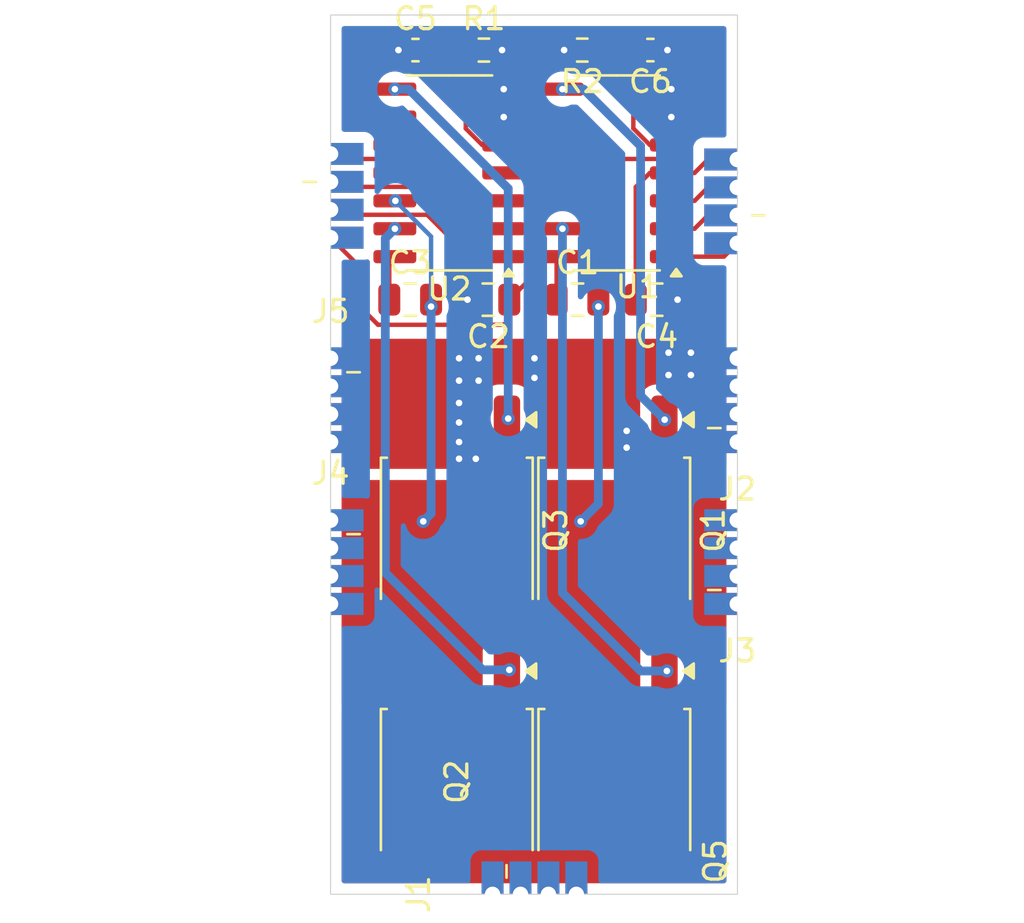
<source format=kicad_pcb>
(kicad_pcb (version 20241229) (generator "pcbnew") (generator_version "9.0")
  (title_block (title "PHM-30A") (date "2025-11-21") (rev "1.0") (company "ITLA-HUB") (comment 1 "Carlos Pichardo Viuque"))
  (layers (0 "F.Cu" signal) (2 "B.Cu" signal) (13 "F.Paste" user) (15 "B.Paste" user) (5 "F.SilkS" user "F.Silkscreen") (7 "B.SilkS" user "B.Silkscreen") (1 "F.Mask" user) (3 "B.Mask" user) (25 "Edge.Cuts" user))
  (net 0 "")
  (net 1 "GND")
  (net 2 "VCC")
  (net 3 "Net-(U1-DT)")
  (net 7 "Net-(U2-DT)")
  (net 11 "Net-(U1-BOOT)")
  (net 12 "Net-(U2-BOOT)")
  (net 13 "Net-(Q1-G)")
  (net 14 "Net-(Q2-G)")
  (net 15 "Net-(Q3-G)")
  (net 16 "Net-(Q5-G)")
  (net 17 "/LIN_I")
  (net 18 "/SD_I")
  (net 19 "/HIN_I")
  (net 20 "/SD_D")
  (net 21 "/HIN_D")
  (net 22 "/LIN_D")
  (net 23 "/A")
  (net 24 "/B")
  (net 25 "/VH")
  (footprint "Capacitor_SMD:C_0603_1608Metric" (layer "F.Cu") (at 168.8418 44.8952 180)
    (property "Reference" "C6" (at 0 -1.43 0) (layer "F.SilkS"))
    (property "Value" "C")
    (fp_line (start -0.14058 0.51) (end 0.14058 0.51) (stroke (width 0.12)) (layer "F.SilkS"))
    (fp_line (start -0.14058 -0.51) (end 0.14058 -0.51) (stroke (width 0.12)) (layer "F.SilkS"))
    (pad "1" smd roundrect (at -0.775 0 180) (size 0.9 0.95) (layers "F.Cu" "F.Mask" "F.Paste") (net 1 "GND"))
    (pad "2" smd roundrect (at 0.775 0 180) (size 0.9 0.95) (layers "F.Cu" "F.Mask" "F.Paste") (net 3 "Net-(U1-DT)"))
  )
  (footprint "Connector_PinSocket_1.27mm:PinSocket_1x04_P1.27mm_Castellated" (layer "F.Cu") (at 172.7912 62.726 180)
    (property "Reference" "J2" (at 0 -2.135 0) (layer "F.SilkS"))
    (property "Value" "Conn_01x04_Socket")
    (fp_line (start 0.76 0.635) (end 1.33 0.635) (stroke (width 0.12)) (layer "F.SilkS"))
    (pad "1" thru_hole rect (at 0 0 180) (size 1.5 1) (drill 0.7 (offset 0.75 0)) (property pad_prop_castellated) (layers "*.Cu" "*.Mask") (net 1 "GND"))
    (pad "2" thru_hole rect (at 0 1.27 180) (size 1.5 1) (drill 0.7 (offset 0.75 0)) (property pad_prop_castellated) (layers "*.Cu" "*.Mask") (net 1 "GND"))
    (pad "3" thru_hole rect (at 0 2.54 180) (size 1.5 1) (drill 0.7 (offset 0.75 0)) (property pad_prop_castellated) (layers "*.Cu" "*.Mask") (net 1 "GND"))
    (pad "4" thru_hole rect (at 0 3.81 180) (size 1.5 1) (drill 0.7 (offset 0.75 0)) (property pad_prop_castellated) (layers "*.Cu" "*.Mask") (net 1 "GND"))
  )
  (footprint "Package_TO_SOT_SMD:TO-252-2" (layer "F.Cu") (at 167.1972 66.75 -90)
    (property "Reference" "Q1" (at 0 -4.5 90) (layer "F.SilkS"))
    (property "Value" "QM6006D")
    (fp_line (start -3.31 3.45) (end -3.31 3.18) (stroke (width 0.12)) (layer "F.SilkS"))
    (fp_line (start 3.11 3.45) (end -3.31 3.45) (stroke (width 0.12)) (layer "F.SilkS"))
    (fp_line (start -3.31 -3.45) (end -3.31 -3.18) (stroke (width 0.12)) (layer "F.SilkS"))
    (fp_line (start 3.11 -3.45) (end -3.31 -3.45) (stroke (width 0.12)) (layer "F.SilkS"))
    (fp_poly (pts (xy -5.04 -3.14) (xy -5.38 -3.61) (xy -4.7 -3.61) (xy -5.04 -3.14)) (stroke (width 0.12)) (fill yes) (layer "F.SilkS"))
    (pad "1" smd roundrect (at -5.04 -2.28 270) (size 2.2 1.2) (layers "F.Cu" "F.Mask" "F.Paste") (roundrect_rratio 0.208333) (net 13 "Net-(Q1-G)"))
    (pad "2" smd roundrect (at -0.415 -1.525 270) (size 3.05 2.75) (layers "F.Cu" "F.Paste") (roundrect_rratio 0.090909) (net 23 "/A"))
    (pad "2" smd roundrect (at -0.415 1.525 270) (size 3.05 2.75) (layers "F.Cu" "F.Paste") (roundrect_rratio 0.090909) (net 23 "/A"))
    (pad "2" smd roundrect (at 1.26 0 270) (size 6.4 5.8) (layers "F.Cu" "F.Mask") (roundrect_rratio 0.043103) (net 23 "/A"))
    (pad "2" smd roundrect (at 2.935 -1.525 270) (size 3.05 2.75) (layers "F.Cu" "F.Paste") (roundrect_rratio 0.090909) (net 23 "/A"))
    (pad "2" smd roundrect (at 2.935 1.525 270) (size 3.05 2.75) (layers "F.Cu" "F.Paste") (roundrect_rratio 0.090909) (net 23 "/A"))
    (pad "3" smd roundrect (at -5.04 2.28 270) (size 2.2 1.2) (layers "F.Cu" "F.Mask" "F.Paste") (roundrect_rratio 0.208333) (net 1 "GND"))
  )
  (footprint "Capacitor_SMD:C_0805_2012Metric" (layer "F.Cu") (at 161.4758 56.249 180)
    (property "Reference" "C2" (at 0 -1.68 0) (layer "F.SilkS"))
    (property "Value" "C")
    (fp_line (start -0.261252 0.735) (end 0.261252 0.735) (stroke (width 0.12)) (layer "F.SilkS"))
    (fp_line (start -0.261252 -0.735) (end 0.261252 -0.735) (stroke (width 0.12)) (layer "F.SilkS"))
    (pad "1" smd roundrect (at -0.95 0 180) (size 1 1.45) (layers "F.Cu" "F.Mask" "F.Paste") (net 2 "VCC"))
    (pad "2" smd roundrect (at 0.95 0 180) (size 1 1.45) (layers "F.Cu" "F.Mask" "F.Paste") (net 1 "GND"))
  )
  (footprint "Conectores Wally-1:Conector castellado" (layer "F.Cu") (at 154.4375 51.3421 180)
    (property "Reference" "J7" (hide yes))
    (property "Value" "Conn_01x04_Socket")
    (fp_line (start 0.8075 0.4525) (end 1.3775 0.4525) (stroke (width 0.12)) (layer "F.SilkS"))
    (pad "1" thru_hole rect (at 0.1375 1.7225) (size 1.5 1) (drill 0.7 (offset 0.75 0)) (property pad_prop_castellated) (layers "*.Cu" "*.Mask") (net 21 "/HIN_D"))
    (pad "2" thru_hole rect (at 0.1375 0.4525) (size 1.5 1) (drill 0.7 (offset 0.75 0)) (property pad_prop_castellated) (layers "*.Cu" "*.Mask") (net 20 "/SD_D"))
    (pad "3" thru_hole rect (at 0.1375 -0.8175) (size 1.5 1) (drill 0.7 (offset 0.75 0)) (property pad_prop_castellated) (layers "*.Cu" "*.Mask") (net 22 "/LIN_D"))
    (pad "4" thru_hole rect (at 0.1375 -2.0875) (size 1.5 1) (drill 0.7 (offset 0.75 0)) (property pad_prop_castellated) (layers "*.Cu" "*.Mask") (net 2 "VCC"))
  )
  (footprint "Connector_PinSocket_1.27mm:PinSocket_1x04_P1.27mm_Castellated" (layer "F.Cu") (at 154.3 58.916)
    (property "Reference" "J5" (at 0 -2.135 0) (layer "F.SilkS"))
    (property "Value" "Conn_01x04_Socket")
    (fp_line (start 0.76 0.635) (end 1.33 0.635) (stroke (width 0.12)) (layer "F.SilkS"))
    (pad "1" thru_hole rect (at 0 0) (size 1.5 1) (drill 0.7 (offset 0.75 0)) (property pad_prop_castellated) (layers "*.Cu" "*.Mask") (net 1 "GND"))
    (pad "2" thru_hole rect (at 0 1.27) (size 1.5 1) (drill 0.7 (offset 0.75 0)) (property pad_prop_castellated) (layers "*.Cu" "*.Mask") (net 1 "GND"))
    (pad "3" thru_hole rect (at 0 2.54) (size 1.5 1) (drill 0.7 (offset 0.75 0)) (property pad_prop_castellated) (layers "*.Cu" "*.Mask") (net 1 "GND"))
    (pad "4" thru_hole rect (at 0 3.81) (size 1.5 1) (drill 0.7 (offset 0.75 0)) (property pad_prop_castellated) (layers "*.Cu" "*.Mask") (net 1 "GND"))
  )
  (footprint "Capacitor_SMD:C_0805_2012Metric" (layer "F.Cu") (at 165.5268 56.249)
    (property "Reference" "C1" (at 0 -1.68 0) (layer "F.SilkS"))
    (property "Value" "C")
    (fp_line (start -0.261252 -0.735) (end 0.261252 -0.735) (stroke (width 0.12)) (layer "F.SilkS"))
    (fp_line (start -0.261252 0.735) (end 0.261252 0.735) (stroke (width 0.12)) (layer "F.SilkS"))
    (pad "1" smd roundrect (at -0.95 0) (size 1 1.45) (layers "F.Cu" "F.Mask" "F.Paste") (net 11 "Net-(U1-BOOT)"))
    (pad "2" smd roundrect (at 0.95 0) (size 1 1.45) (layers "F.Cu" "F.Mask" "F.Paste") (net 23 "/A"))
  )
  (footprint "Conectores Wally-1:Conector castellado" (layer "F.Cu") (at 172.6537 51.9611)
    (property "Reference" "J6" (hide yes))
    (property "Value" "Conn_01x04_Socket")
    (fp_line (start 0.8075 0.4525) (end 1.3775 0.4525) (stroke (width 0.12)) (layer "F.SilkS"))
    (pad "1" thru_hole rect (at 0.1375 1.7225 180) (size 1.5 1) (drill 0.7 (offset 0.75 0)) (property pad_prop_castellated) (layers "*.Cu" "*.Mask") (net 17 "/LIN_I"))
    (pad "2" thru_hole rect (at 0.1375 0.4525 180) (size 1.5 1) (drill 0.7 (offset 0.75 0)) (property pad_prop_castellated) (layers "*.Cu" "*.Mask") (net 18 "/SD_I"))
    (pad "3" thru_hole rect (at 0.1375 -0.8175 180) (size 1.5 1) (drill 0.7 (offset 0.75 0)) (property pad_prop_castellated) (layers "*.Cu" "*.Mask") (net 19 "/HIN_I"))
    (pad "4" thru_hole rect (at 0.1375 -2.0875 180) (size 1.5 1) (drill 0.7 (offset 0.75 0)) (property pad_prop_castellated) (layers "*.Cu" "*.Mask") (net 2 "VCC"))
  )
  (footprint "Connector_PinSocket_1.27mm:PinSocket_1x04_P1.27mm_Castellated" (layer "F.Cu") (at 161.666 83.303 90)
    (property "Reference" "J1" (at 0 -3.366 90) (layer "F.SilkS"))
    (property "Value" "Conn_01x04_Socket")
    (fp_line (start 0.76 0.635) (end 1.33 0.635) (stroke (width 0.12)) (layer "F.SilkS"))
    (pad "1" thru_hole rect (at 0 0 90) (size 1.5 1) (drill 0.7 (offset 0.75 0)) (property pad_prop_castellated) (layers "*.Cu" "*.Mask") (net 25 "/VH"))
    (pad "2" thru_hole rect (at 0 1.27 90) (size 1.5 1) (drill 0.7 (offset 0.75 0)) (property pad_prop_castellated) (layers "*.Cu" "*.Mask") (net 25 "/VH"))
    (pad "3" thru_hole rect (at 0 2.54 90) (size 1.5 1) (drill 0.7 (offset 0.75 0)) (property pad_prop_castellated) (layers "*.Cu" "*.Mask") (net 25 "/VH"))
    (pad "4" thru_hole rect (at 0 3.81 90) (size 1.5 1) (drill 0.7 (offset 0.75 0)) (property pad_prop_castellated) (layers "*.Cu" "*.Mask") (net 25 "/VH"))
  )
  (footprint "Resistor_SMD:R_0603_1608Metric" (layer "F.Cu") (at 161.2718 44.8952)
    (property "Reference" "R1" (at 0 -1.43 0) (layer "F.SilkS"))
    (property "Value" "R_US")
    (fp_line (start -0.237258 -0.5225) (end 0.237258 -0.5225) (stroke (width 0.12)) (layer "F.SilkS"))
    (fp_line (start -0.237258 0.5225) (end 0.237258 0.5225) (stroke (width 0.12)) (layer "F.SilkS"))
    (pad "1" smd roundrect (at -0.825 0) (size 0.8 0.95) (layers "F.Cu" "F.Mask" "F.Paste") (net 7 "Net-(U2-DT)"))
    (pad "2" smd roundrect (at 0.825 0) (size 0.8 0.95) (layers "F.Cu" "F.Mask" "F.Paste") (net 1 "GND"))
  )
  (footprint "Capacitor_SMD:C_0805_2012Metric" (layer "F.Cu") (at 157.9198 56.249)
    (property "Reference" "C3" (at 0 -1.68 0) (layer "F.SilkS"))
    (property "Value" "C")
    (fp_line (start -0.261252 -0.735) (end 0.261252 -0.735) (stroke (width 0.12)) (layer "F.SilkS"))
    (fp_line (start -0.261252 0.735) (end 0.261252 0.735) (stroke (width 0.12)) (layer "F.SilkS"))
    (pad "1" smd roundrect (at -0.95 0) (size 1 1.45) (layers "F.Cu" "F.Mask" "F.Paste") (net 12 "Net-(U2-BOOT)"))
    (pad "2" smd roundrect (at 0.95 0) (size 1 1.45) (layers "F.Cu" "F.Mask" "F.Paste") (net 24 "/B"))
  )
  (footprint "Package_SO:SO-14_3.9x8.65mm_P1.27mm" (layer "F.Cu") (at 159.6978 50.4832 180)
    (property "Reference" "U2" (at 0 -5.28 0) (layer "F.SilkS"))
    (property "Value" "L6491")
    (fp_line (start 0 4.435) (end 1.95 4.435) (stroke (width 0.12)) (layer "F.SilkS"))
    (fp_line (start 0 4.435) (end -1.95 4.435) (stroke (width 0.12)) (layer "F.SilkS"))
    (fp_line (start 0 -4.435) (end 1.95 -4.435) (stroke (width 0.12)) (layer "F.SilkS"))
    (fp_line (start 0 -4.435) (end -1.95 -4.435) (stroke (width 0.12)) (layer "F.SilkS"))
    (fp_poly (pts (xy -2.7 -4.37) (xy -2.94 -4.7) (xy -2.46 -4.7) (xy -2.7 -4.37)) (stroke (width 0.12)) (fill yes) (layer "F.SilkS"))
    (pad "1" smd roundrect (at -2.475 -3.81 180) (size 1.95 0.6) (layers "F.Cu" "F.Mask" "F.Paste") (net 22 "/LIN_D"))
    (pad "2" smd roundrect (at -2.475 -2.54 180) (size 1.95 0.6) (layers "F.Cu" "F.Mask" "F.Paste") (net 20 "/SD_D"))
    (pad "3" smd roundrect (at -2.475 -1.27 180) (size 1.95 0.6) (layers "F.Cu" "F.Mask" "F.Paste") (net 21 "/HIN_D"))
    (pad "4" smd roundrect (at -2.475 0 180) (size 1.95 0.6) (layers "F.Cu" "F.Mask" "F.Paste") (net 2 "VCC"))
    (pad "5" smd roundrect (at -2.475 1.27 180) (size 1.95 0.6) (layers "F.Cu" "F.Mask" "F.Paste") (net 7 "Net-(U2-DT)"))
    (pad "6" smd roundrect (at -2.475 2.54 180) (size 1.95 0.6) (layers "F.Cu" "F.Mask" "F.Paste") (net 1 "GND"))
    (pad "7" smd roundrect (at -2.475 3.81 180) (size 1.95 0.6) (layers "F.Cu" "F.Mask" "F.Paste") (net 1 "GND"))
    (pad "8" smd roundrect (at 2.475 3.81 180) (size 1.95 0.6) (layers "F.Cu" "F.Mask" "F.Paste") (net 15 "Net-(Q3-G)"))
    (pad "9" smd roundrect (at 2.475 2.54 180) (size 1.95 0.6) (layers "F.Cu" "F.Mask" "F.Paste"))
    (pad "10" smd roundrect (at 2.475 1.27 180) (size 1.95 0.6) (layers "F.Cu" "F.Mask" "F.Paste"))
    (pad "11" smd roundrect (at 2.475 0 180) (size 1.95 0.6) (layers "F.Cu" "F.Mask" "F.Paste"))
    (pad "12" smd roundrect (at 2.475 -1.27 180) (size 1.95 0.6) (layers "F.Cu" "F.Mask" "F.Paste") (net 24 "/B"))
    (pad "13" smd roundrect (at 2.475 -2.54 180) (size 1.95 0.6) (layers "F.Cu" "F.Mask" "F.Paste") (net 14 "Net-(Q2-G)"))
    (pad "14" smd roundrect (at 2.475 -3.81 180) (size 1.95 0.6) (layers "F.Cu" "F.Mask" "F.Paste") (net 12 "Net-(U2-BOOT)"))
  )
  (footprint "Capacitor_SMD:C_0805_2012Metric" (layer "F.Cu") (at 169.1268 56.249 180)
    (property "Reference" "C4" (at 0 -1.68 0) (layer "F.SilkS"))
    (property "Value" "C")
    (fp_line (start -0.261252 0.735) (end 0.261252 0.735) (stroke (width 0.12)) (layer "F.SilkS"))
    (fp_line (start -0.261252 -0.735) (end 0.261252 -0.735) (stroke (width 0.12)) (layer "F.SilkS"))
    (pad "1" smd roundrect (at -0.95 0 180) (size 1 1.45) (layers "F.Cu" "F.Mask" "F.Paste") (net 1 "GND"))
    (pad "2" smd roundrect (at 0.95 0 180) (size 1 1.45) (layers "F.Cu" "F.Mask" "F.Paste") (net 2 "VCC"))
  )
  (footprint "Package_SO:SO-14_3.9x8.65mm_P1.27mm" (layer "F.Cu") (at 167.3178 50.4832 180)
    (property "Reference" "U1" (at -0.95 -5.18 0) (layer "F.SilkS"))
    (property "Value" "L6491")
    (fp_line (start 0 4.435) (end 1.95 4.435) (stroke (width 0.12)) (layer "F.SilkS"))
    (fp_line (start 0 4.435) (end -1.95 4.435) (stroke (width 0.12)) (layer "F.SilkS"))
    (fp_line (start 0 -4.435) (end 1.95 -4.435) (stroke (width 0.12)) (layer "F.SilkS"))
    (fp_line (start 0 -4.435) (end -1.95 -4.435) (stroke (width 0.12)) (layer "F.SilkS"))
    (fp_poly (pts (xy -2.7 -4.37) (xy -2.94 -4.7) (xy -2.46 -4.7) (xy -2.7 -4.37)) (stroke (width 0.12)) (fill yes) (layer "F.SilkS"))
    (pad "1" smd roundrect (at -2.475 -3.81 180) (size 1.95 0.6) (layers "F.Cu" "F.Mask" "F.Paste") (net 17 "/LIN_I"))
    (pad "2" smd roundrect (at -2.475 -2.54 180) (size 1.95 0.6) (layers "F.Cu" "F.Mask" "F.Paste") (net 18 "/SD_I"))
    (pad "3" smd roundrect (at -2.475 -1.27 180) (size 1.95 0.6) (layers "F.Cu" "F.Mask" "F.Paste") (net 19 "/HIN_I"))
    (pad "4" smd roundrect (at -2.475 0 180) (size 1.95 0.6) (layers "F.Cu" "F.Mask" "F.Paste") (net 2 "VCC"))
    (pad "5" smd roundrect (at -2.475 1.27 180) (size 1.95 0.6) (layers "F.Cu" "F.Mask" "F.Paste") (net 3 "Net-(U1-DT)"))
    (pad "6" smd roundrect (at -2.475 2.54 180) (size 1.95 0.6) (layers "F.Cu" "F.Mask" "F.Paste") (net 1 "GND"))
    (pad "7" smd roundrect (at -2.475 3.81 180) (size 1.95 0.6) (layers "F.Cu" "F.Mask" "F.Paste") (net 1 "GND"))
    (pad "8" smd roundrect (at 2.475 3.81 180) (size 1.95 0.6) (layers "F.Cu" "F.Mask" "F.Paste") (net 13 "Net-(Q1-G)"))
    (pad "9" smd roundrect (at 2.475 2.54 180) (size 1.95 0.6) (layers "F.Cu" "F.Mask" "F.Paste"))
    (pad "10" smd roundrect (at 2.475 1.27 180) (size 1.95 0.6) (layers "F.Cu" "F.Mask" "F.Paste"))
    (pad "11" smd roundrect (at 2.475 0 180) (size 1.95 0.6) (layers "F.Cu" "F.Mask" "F.Paste"))
    (pad "12" smd roundrect (at 2.475 -1.27 180) (size 1.95 0.6) (layers "F.Cu" "F.Mask" "F.Paste") (net 23 "/A"))
    (pad "13" smd roundrect (at 2.475 -2.54 180) (size 1.95 0.6) (layers "F.Cu" "F.Mask" "F.Paste") (net 16 "Net-(Q5-G)"))
    (pad "14" smd roundrect (at 2.475 -3.81 180) (size 1.95 0.6) (layers "F.Cu" "F.Mask" "F.Paste") (net 11 "Net-(U1-BOOT)"))
  )
  (footprint "Connector_PinSocket_1.27mm:PinSocket_1x04_P1.27mm_Castellated" (layer "F.Cu") (at 172.7912 70.092 180)
    (property "Reference" "J3" (at 0 -2.135 0) (layer "F.SilkS"))
    (property "Value" "Conn_01x04_Socket")
    (fp_line (start 0.76 0.635) (end 1.33 0.635) (stroke (width 0.12)) (layer "F.SilkS"))
    (pad "1" thru_hole rect (at 0 0 180) (size 1.5 1) (drill 0.7 (offset 0.75 0)) (property pad_prop_castellated) (layers "*.Cu" "*.Mask") (net 23 "/A"))
    (pad "2" thru_hole rect (at 0 1.27 180) (size 1.5 1) (drill 0.7 (offset 0.75 0)) (property pad_prop_castellated) (layers "*.Cu" "*.Mask") (net 23 "/A"))
    (pad "3" thru_hole rect (at 0 2.54 180) (size 1.5 1) (drill 0.7 (offset 0.75 0)) (property pad_prop_castellated) (layers "*.Cu" "*.Mask") (net 23 "/A"))
    (pad "4" thru_hole rect (at 0 3.81 180) (size 1.5 1) (drill 0.7 (offset 0.75 0)) (property pad_prop_castellated) (layers "*.Cu" "*.Mask") (net 23 "/A"))
  )
  (footprint "Connector_PinSocket_1.27mm:PinSocket_1x04_P1.27mm_Castellated" (layer "F.Cu") (at 154.3 66.282)
    (property "Reference" "J4" (at 0 -2.135 0) (layer "F.SilkS"))
    (property "Value" "Conn_01x04_Socket")
    (fp_line (start 0.76 0.635) (end 1.33 0.635) (stroke (width 0.12)) (layer "F.SilkS"))
    (pad "1" thru_hole rect (at 0 0) (size 1.5 1) (drill 0.7 (offset 0.75 0)) (property pad_prop_castellated) (layers "*.Cu" "*.Mask") (net 24 "/B"))
    (pad "2" thru_hole rect (at 0 1.27) (size 1.5 1) (drill 0.7 (offset 0.75 0)) (property pad_prop_castellated) (layers "*.Cu" "*.Mask") (net 24 "/B"))
    (pad "3" thru_hole rect (at 0 2.54) (size 1.5 1) (drill 0.7 (offset 0.75 0)) (property pad_prop_castellated) (layers "*.Cu" "*.Mask") (net 24 "/B"))
    (pad "4" thru_hole rect (at 0 3.81) (size 1.5 1) (drill 0.7 (offset 0.75 0)) (property pad_prop_castellated) (layers "*.Cu" "*.Mask") (net 24 "/B"))
  )
  (footprint "Package_TO_SOT_SMD:TO-252-2" (layer "F.Cu") (at 160.0374 78.1806 -90)
    (property "Reference" "Q2" (at 0 0 90) (layer "F.SilkS"))
    (property "Value" "QM6006D")
    (fp_line (start -3.31 3.45) (end -3.31 3.18) (stroke (width 0.12)) (layer "F.SilkS"))
    (fp_line (start 3.11 3.45) (end -3.31 3.45) (stroke (width 0.12)) (layer "F.SilkS"))
    (fp_line (start -3.31 -3.45) (end -3.31 -3.18) (stroke (width 0.12)) (layer "F.SilkS"))
    (fp_line (start 3.11 -3.45) (end -3.31 -3.45) (stroke (width 0.12)) (layer "F.SilkS"))
    (fp_poly (pts (xy -5.04 -3.14) (xy -5.38 -3.61) (xy -4.7 -3.61) (xy -5.04 -3.14)) (stroke (width 0.12)) (fill yes) (layer "F.SilkS"))
    (pad "1" smd roundrect (at -5.04 -2.28 270) (size 2.2 1.2) (layers "F.Cu" "F.Mask" "F.Paste") (roundrect_rratio 0.208333) (net 14 "Net-(Q2-G)"))
    (pad "2" smd roundrect (at -0.415 -1.525 270) (size 3.05 2.75) (layers "F.Cu" "F.Paste") (roundrect_rratio 0.090909) (net 25 "/VH"))
    (pad "2" smd roundrect (at -0.415 1.525 270) (size 3.05 2.75) (layers "F.Cu" "F.Paste") (roundrect_rratio 0.090909) (net 25 "/VH"))
    (pad "2" smd roundrect (at 1.26 0 270) (size 6.4 5.8) (layers "F.Cu" "F.Mask") (roundrect_rratio 0.043103) (net 25 "/VH"))
    (pad "2" smd roundrect (at 2.935 -1.525 270) (size 3.05 2.75) (layers "F.Cu" "F.Paste") (roundrect_rratio 0.090909) (net 25 "/VH"))
    (pad "2" smd roundrect (at 2.935 1.525 270) (size 3.05 2.75) (layers "F.Cu" "F.Paste") (roundrect_rratio 0.090909) (net 25 "/VH"))
    (pad "3" smd roundrect (at -5.04 2.28 270) (size 2.2 1.2) (layers "F.Cu" "F.Mask" "F.Paste") (roundrect_rratio 0.208333) (net 24 "/B"))
  )
  (footprint "Package_TO_SOT_SMD:TO-252-2" (layer "F.Cu") (at 160.0394 66.7506 -90)
    (property "Reference" "Q3" (at 0 -4.5 90) (layer "F.SilkS"))
    (property "Value" "QM6006D")
    (fp_line (start -3.31 3.45) (end -3.31 3.18) (stroke (width 0.12)) (layer "F.SilkS"))
    (fp_line (start 3.11 3.45) (end -3.31 3.45) (stroke (width 0.12)) (layer "F.SilkS"))
    (fp_line (start -3.31 -3.45) (end -3.31 -3.18) (stroke (width 0.12)) (layer "F.SilkS"))
    (fp_line (start 3.11 -3.45) (end -3.31 -3.45) (stroke (width 0.12)) (layer "F.SilkS"))
    (fp_poly (pts (xy -5.04 -3.14) (xy -5.38 -3.61) (xy -4.7 -3.61) (xy -5.04 -3.14)) (stroke (width 0.12)) (fill yes) (layer "F.SilkS"))
    (pad "1" smd roundrect (at -5.04 -2.28 270) (size 2.2 1.2) (layers "F.Cu" "F.Mask" "F.Paste") (roundrect_rratio 0.208333) (net 15 "Net-(Q3-G)"))
    (pad "2" smd roundrect (at -0.415 -1.525 270) (size 3.05 2.75) (layers "F.Cu" "F.Paste") (roundrect_rratio 0.090909) (net 24 "/B"))
    (pad "2" smd roundrect (at -0.415 1.525 270) (size 3.05 2.75) (layers "F.Cu" "F.Paste") (roundrect_rratio 0.090909) (net 24 "/B"))
    (pad "2" smd roundrect (at 1.26 0 270) (size 6.4 5.8) (layers "F.Cu" "F.Mask") (roundrect_rratio 0.043103) (net 24 "/B"))
    (pad "2" smd roundrect (at 2.935 -1.525 270) (size 3.05 2.75) (layers "F.Cu" "F.Paste") (roundrect_rratio 0.090909) (net 24 "/B"))
    (pad "2" smd roundrect (at 2.935 1.525 270) (size 3.05 2.75) (layers "F.Cu" "F.Paste") (roundrect_rratio 0.090909) (net 24 "/B"))
    (pad "3" smd roundrect (at -5.04 2.28 270) (size 2.2 1.2) (layers "F.Cu" "F.Mask" "F.Paste") (roundrect_rratio 0.208333) (net 1 "GND"))
  )
  (footprint "Package_TO_SOT_SMD:TO-252-2" (layer "F.Cu") (at 167.2022 78.1806 -90)
    (property "Reference" "Q5" (at 3.6194 -4.5978 90) (layer "F.SilkS"))
    (property "Value" "QM6006D")
    (fp_line (start -3.31 3.45) (end -3.31 3.18) (stroke (width 0.12)) (layer "F.SilkS"))
    (fp_line (start 3.11 3.45) (end -3.31 3.45) (stroke (width 0.12)) (layer "F.SilkS"))
    (fp_line (start -3.31 -3.45) (end -3.31 -3.18) (stroke (width 0.12)) (layer "F.SilkS"))
    (fp_line (start 3.11 -3.45) (end -3.31 -3.45) (stroke (width 0.12)) (layer "F.SilkS"))
    (fp_poly (pts (xy -5.04 -3.14) (xy -5.38 -3.61) (xy -4.7 -3.61) (xy -5.04 -3.14)) (stroke (width 0.12)) (fill yes) (layer "F.SilkS"))
    (pad "1" smd roundrect (at -5.04 -2.28 270) (size 2.2 1.2) (layers "F.Cu" "F.Mask" "F.Paste") (roundrect_rratio 0.208333) (net 16 "Net-(Q5-G)"))
    (pad "2" smd roundrect (at -0.415 -1.525 270) (size 3.05 2.75) (layers "F.Cu" "F.Paste") (roundrect_rratio 0.090909) (net 25 "/VH"))
    (pad "2" smd roundrect (at -0.415 1.525 270) (size 3.05 2.75) (layers "F.Cu" "F.Paste") (roundrect_rratio 0.090909) (net 25 "/VH"))
    (pad "2" smd roundrect (at 1.26 0 270) (size 6.4 5.8) (layers "F.Cu" "F.Mask") (roundrect_rratio 0.043103) (net 25 "/VH"))
    (pad "2" smd roundrect (at 2.935 -1.525 270) (size 3.05 2.75) (layers "F.Cu" "F.Paste") (roundrect_rratio 0.090909) (net 25 "/VH"))
    (pad "2" smd roundrect (at 2.935 1.525 270) (size 3.05 2.75) (layers "F.Cu" "F.Paste") (roundrect_rratio 0.090909) (net 25 "/VH"))
    (pad "3" smd roundrect (at -5.04 2.28 270) (size 2.2 1.2) (layers "F.Cu" "F.Mask" "F.Paste") (roundrect_rratio 0.208333) (net 23 "/A"))
  )
  (footprint "Capacitor_SMD:C_0603_1608Metric" (layer "F.Cu") (at 158.1608 44.8952)
    (property "Reference" "C5" (at 0 -1.43 0) (layer "F.SilkS"))
    (property "Value" "C")
    (fp_line (start -0.14058 -0.51) (end 0.14058 -0.51) (stroke (width 0.12)) (layer "F.SilkS"))
    (fp_line (start -0.14058 0.51) (end 0.14058 0.51) (stroke (width 0.12)) (layer "F.SilkS"))
    (pad "1" smd roundrect (at -0.775 0) (size 0.9 0.95) (layers "F.Cu" "F.Mask" "F.Paste") (net 1 "GND"))
    (pad "2" smd roundrect (at 0.775 0) (size 0.9 0.95) (layers "F.Cu" "F.Mask" "F.Paste") (net 7 "Net-(U2-DT)"))
  )
  (footprint "Resistor_SMD:R_0603_1608Metric" (layer "F.Cu") (at 165.7438 44.8952 180)
    (property "Reference" "R2" (at 0 -1.43 0) (layer "F.SilkS"))
    (property "Value" "R_US")
    (fp_line (start -0.237258 0.5225) (end 0.237258 0.5225) (stroke (width 0.12)) (layer "F.SilkS"))
    (fp_line (start -0.237258 -0.5225) (end 0.237258 -0.5225) (stroke (width 0.12)) (layer "F.SilkS"))
    (pad "1" smd roundrect (at -0.825 0 180) (size 0.8 0.95) (layers "F.Cu" "F.Mask" "F.Paste") (net 3 "Net-(U1-DT)"))
    (pad "2" smd roundrect (at 0.825 0 180) (size 0.8 0.95) (layers "F.Cu" "F.Mask" "F.Paste") (net 1 "GND"))
  )
  (gr_rect (start 154.3 43.3) (end 172.8 83.3) (stroke (width 0.05)) (fill no) (layer "Edge.Cuts"))
  (via (at 160.142 61.837) (size 0.6) (drill 0.3) (layers "F.Cu" "B.Cu") (net 1))
  (via (at 160.142 62.726) (size 0.6) (drill 0.3) (layers "F.Cu" "B.Cu") (net 1))
  (via (at 169.7928 46.6732) (size 0.6) (drill 0.3) (layers "F.Cu" "B.Cu") (net 1))
  (via (at 169.667 58.662) (size 0.6) (drill 0.3) (layers "F.Cu" "B.Cu") (net 1))
  (via (at 167.762 62.98) (size 0.6) (drill 0.3) (layers "F.Cu" "B.Cu") (net 1))
  (via (at 170.0768 56.249) (size 0.6) (drill 0.3) (layers "F.Cu" "B.Cu") (net 1))
  (via (at 163.571 58.916) (size 0.6) (drill 0.3) (layers "F.Cu" "B.Cu") (net 1))
  (via (at 170.683 59.678) (size 0.6) (drill 0.3) (layers "F.Cu" "B.Cu") (net 1))
  (via (at 161.031 58.916) (size 0.6) (drill 0.3) (layers "F.Cu" "B.Cu") (net 1))
  (via (at 161.031 59.932) (size 0.6) (drill 0.3) (layers "F.Cu" "B.Cu") (net 1))
  (via (at 163.571 59.805) (size 0.6) (drill 0.3) (layers "F.Cu" "B.Cu") (net 1))
  (via (at 160.142 58.916) (size 0.6) (drill 0.3) (layers "F.Cu" "B.Cu") (net 1))
  (via (at 167.762 62.218) (size 0.6) (drill 0.3) (layers "F.Cu" "B.Cu") (net 1))
  (via (at 160.5258 56.249) (size 0.6) (drill 0.3) (layers "F.Cu" "B.Cu") (net 1))
  (via (at 160.142 60.948) (size 0.6) (drill 0.3) (layers "F.Cu" "B.Cu") (net 1))
  (via (at 157.3858 44.8952) (size 0.6) (drill 0.3) (layers "F.Cu" "B.Cu") (net 1))
  (via (at 162.1728 46.6732) (size 0.6) (drill 0.3) (layers "F.Cu" "B.Cu") (net 1))
  (via (at 169.667 59.678) (size 0.6) (drill 0.3) (layers "F.Cu" "B.Cu") (net 1))
  (via (at 160.142 63.488) (size 0.6) (drill 0.3) (layers "F.Cu" "B.Cu") (net 1))
  (via (at 160.904 63.488) (size 0.6) (drill 0.3) (layers "F.Cu" "B.Cu") (net 1))
  (via (at 160.142 59.932) (size 0.6) (drill 0.3) (layers "F.Cu" "B.Cu") (net 1))
  (via (at 170.683 58.662) (size 0.6) (drill 0.3) (layers "F.Cu" "B.Cu") (net 1))
  (via (at 169.7928 47.9432) (size 0.6) (drill 0.3) (layers "F.Cu" "B.Cu") (net 1))
  (via (at 162.1728 47.9432) (size 0.6) (drill 0.3) (layers "F.Cu" "B.Cu") (net 1))
  (via (at 169.6168 44.8952) (size 0.6) (drill 0.3) (layers "F.Cu" "B.Cu") (net 1))
  (via (at 164.9188 44.8952) (size 0.6) (drill 0.3) (layers "F.Cu" "B.Cu") (net 1))
  (via (at 162.0968 44.8952) (size 0.6) (drill 0.3) (layers "F.Cu" "B.Cu") (net 1))
  (segment (start 163.4948 50.830201) (end 163.147799 50.4832) (width 0.2) (layer "F.Cu") (net 2))
  (segment (start 169.7928 50.4832) (end 169.1578 49.8482) (width 0.2) (layer "F.Cu") (net 2))
  (segment (start 168.1768 56.249) (end 168.1768 51.124201) (width 0.2) (layer "F.Cu") (net 2))
  (segment (start 163.147799 50.4832) (end 162.1728 50.4832) (width 0.2) (layer "F.Cu") (net 2))
  (segment (start 163.4948 55.18) (end 162.4258 56.249) (width 0.2) (layer "F.Cu") (net 2))
  (segment (start 169.1578 49.8482) (end 162.8078 49.8482) (width 0.2) (layer "F.Cu") (net 2))
  (segment (start 163.4948 50.830201) (end 163.4948 55.18) (width 0.2) (layer "F.Cu") (net 2))
  (segment (start 171.4592 49.8736) (end 170.8496 50.4832) (width 0.2) (layer "F.Cu") (net 2))
  (segment (start 156.459 57.392) (end 162.174 57.392) (width 0.2) (layer "F.Cu") (net 2))
  (segment (start 162.174 57.392) (end 162.4258 57.1402) (width 0.2) (layer "F.Cu") (net 2))
  (segment (start 162.8078 49.8482) (end 162.1728 50.4832) (width 0.2) (layer "F.Cu") (net 2))
  (segment (start 168.817801 50.4832) (end 169.7928 50.4832) (width 0.2) (layer "F.Cu") (net 2))
  (segment (start 172.7912 49.8736) (end 171.4592 49.8736) (width 0.2) (layer "F.Cu") (net 2))
  (segment (start 162.4258 57.1402) (end 162.4258 56.249) (width 0.2) (layer "F.Cu") (net 2))
  (segment (start 155.697 54.8266) (end 155.697 56.63) (width 0.2) (layer "F.Cu") (net 2))
  (segment (start 170.8496 50.4832) (end 169.7928 50.4832) (width 0.2) (layer "F.Cu") (net 2))
  (segment (start 168.1768 51.124201) (end 168.817801 50.4832) (width 0.2) (layer "F.Cu") (net 2))
  (segment (start 154.3 53.4296) (end 155.697 54.8266) (width 0.2) (layer "F.Cu") (net 2))
  (segment (start 155.697 56.63) (end 156.459 57.392) (width 0.2) (layer "F.Cu") (net 2))
  (segment (start 168.0668 48.462199) (end 168.817801 49.2132) (width 0.2) (layer "F.Cu") (net 3))
  (segment (start 168.817801 49.2132) (end 169.7928 49.2132) (width 0.2) (layer "F.Cu") (net 3))
  (segment (start 166.5688 44.8952) (end 168.0668 44.8952) (width 0.2) (layer "F.Cu") (net 3))
  (segment (start 168.0668 44.8952) (end 168.0668 48.462199) (width 0.2) (layer "F.Cu") (net 3))
  (segment (start 160.4468 44.8952) (end 160.4468 48.462199) (width 0.2) (layer "F.Cu") (net 7))
  (segment (start 161.197801 49.2132) (end 162.1728 49.2132) (width 0.2) (layer "F.Cu") (net 7))
  (segment (start 160.4468 48.462199) (end 161.197801 49.2132) (width 0.2) (layer "F.Cu") (net 7))
  (segment (start 158.9358 44.8952) (end 160.4468 44.8952) (width 0.2) (layer "F.Cu") (net 7))
  (segment (start 164.5768 54.5592) (end 164.8428 54.2932) (width 0.2) (layer "F.Cu") (net 11))
  (segment (start 164.5768 56.249) (end 164.5768 54.5592) (width 0.2) (layer "F.Cu") (net 11))
  (segment (start 156.9698 54.5462) (end 157.2228 54.2932) (width 0.2) (layer "F.Cu") (net 12))
  (segment (start 156.9698 56.249) (end 156.9698 54.5462) (width 0.2) (layer "F.Cu") (net 12))
  (segment (start 169.4886 61.7106) (end 169.4892 61.71) (width 0.4) (layer "F.Cu") (net 13))
  (segment (start 169.4842 61.7106) (end 169.4886 61.7106) (width 0.4) (layer "F.Cu") (net 13))
  (via (at 164.8428 46.6732) (size 0.6) (drill 0.3) (layers "F.Cu" "B.Cu") (net 13))
  (via (at 169.4892 61.71) (size 0.6) (drill 0.3) (layers "F.Cu" "B.Cu") (net 13))
  (segment (start 168.397 49.264) (end 165.8062 46.6732) (width 0.4) (layer "B.Cu") (net 13))
  (segment (start 168.397 60.6178) (end 168.397 49.264) (width 0.4) (layer "B.Cu") (net 13))
  (segment (start 165.8062 46.6732) (end 164.8428 46.6732) (width 0.4) (layer "B.Cu") (net 13))
  (segment (start 169.4892 61.71) (end 168.397 60.6178) (width 0.4) (layer "B.Cu") (net 13))
  (segment (start 162.3766 73.1406) (end 162.428 73.0892) (width 0.4) (layer "F.Cu") (net 14))
  (segment (start 162.3174 73.1406) (end 162.3766 73.1406) (width 0.4) (layer "F.Cu") (net 14))
  (via (at 162.428 73.0892) (size 0.6) (drill 0.3) (layers "F.Cu" "B.Cu") (net 14))
  (via (at 157.2228 53.0232) (size 0.6) (drill 0.3) (layers "F.Cu" "B.Cu") (net 14))
  (segment (start 161.2088 73.0892) (end 156.7892 68.6696) (width 0.4) (layer "B.Cu") (net 14))
  (segment (start 156.7892 68.6696) (end 156.7892 53.4568) (width 0.4) (layer "B.Cu") (net 14))
  (segment (start 162.428 73.0892) (end 161.2088 73.0892) (width 0.4) (layer "B.Cu") (net 14))
  (segment (start 156.7892 53.4568) (end 157.2228 53.0232) (width 0.4) (layer "B.Cu") (net 14))
  (segment (start 162.3258 61.7106) (end 162.3772 61.6592) (width 0.4) (layer "F.Cu") (net 15))
  (segment (start 162.3194 61.7106) (end 162.3258 61.7106) (width 0.4) (layer "F.Cu") (net 15))
  (via (at 157.2228 46.6732) (size 0.6) (drill 0.3) (layers "F.Cu" "B.Cu") (net 15))
  (via (at 162.3772 61.6592) (size 0.6) (drill 0.3) (layers "F.Cu" "B.Cu") (net 15))
  (segment (start 157.856 46.6732) (end 157.2228 46.6732) (width 0.4) (layer "B.Cu") (net 15))
  (segment (start 162.3772 61.6592) (end 162.3772 51.1944) (width 0.4) (layer "B.Cu") (net 15))
  (segment (start 162.3772 51.1944) (end 157.856 46.6732) (width 0.4) (layer "B.Cu") (net 15))
  (segment (start 169.4822 73.1406) (end 169.5902 73.1406) (width 0.4) (layer "F.Cu") (net 16))
  (segment (start 169.5902 73.1406) (end 169.5908 73.14) (width 0.4) (layer "F.Cu") (net 16))
  (via (at 164.8428 53.0232) (size 0.6) (drill 0.3) (layers "F.Cu" "B.Cu") (net 16))
  (via (at 169.5908 73.14) (size 0.6) (drill 0.3) (layers "F.Cu" "B.Cu") (net 16))
  (segment (start 164.8428 69.5858) (end 164.8428 53.0232) (width 0.4) (layer "B.Cu") (net 16))
  (segment (start 168.397 73.14) (end 164.8428 69.5858) (width 0.4) (layer "B.Cu") (net 16))
  (segment (start 169.5908 73.14) (end 168.397 73.14) (width 0.4) (layer "B.Cu") (net 16))
  (segment (start 172.1816 54.2932) (end 169.7928 54.2932) (width 0.2) (layer "F.Cu") (net 17))
  (segment (start 172.7912 53.6836) (end 172.1816 54.2932) (width 0.2) (layer "F.Cu") (net 17))
  (segment (start 172.7912 52.4136) (end 171.4592 52.4136) (width 0.2) (layer "F.Cu") (net 18))
  (segment (start 170.8496 53.0232) (end 169.7928 53.0232) (width 0.2) (layer "F.Cu") (net 18))
  (segment (start 171.4592 52.4136) (end 170.8496 53.0232) (width 0.2) (layer "F.Cu") (net 18))
  (segment (start 172.7912 51.1436) (end 171.4592 51.1436) (width 0.2) (layer "F.Cu") (net 19))
  (segment (start 171.4592 51.1436) (end 170.8496 51.7532) (width 0.2) (layer "F.Cu") (net 19))
  (segment (start 170.8496 51.7532) (end 169.7928 51.7532) (width 0.2) (layer "F.Cu") (net 19))
  (segment (start 154.3 50.8896) (end 154.5286 51.1182) (width 0.2) (layer "F.Cu") (net 20))
  (segment (start 159.0498 51.1182) (end 160.9548 53.0232) (width 0.2) (layer "F.Cu") (net 20))
  (segment (start 160.9548 53.0232) (end 162.1728 53.0232) (width 0.2) (layer "F.Cu") (net 20))
  (segment (start 154.5286 51.1182) (end 159.0498 51.1182) (width 0.2) (layer "F.Cu") (net 20))
  (segment (start 154.5286 49.8482) (end 159.1006 49.8482) (width 0.2) (layer "F.Cu") (net 21))
  (segment (start 159.1006 49.8482) (end 161.0056 51.7532) (width 0.2) (layer "F.Cu") (net 21))
  (segment (start 154.3 49.6196) (end 154.5286 49.8482) (width 0.2) (layer "F.Cu") (net 21))
  (segment (start 161.0056 51.7532) (end 162.1728 51.7532) (width 0.2) (layer "F.Cu") (net 21))
  (segment (start 162.1728 54.2932) (end 160.5992 54.2932) (width 0.2) (layer "F.Cu") (net 22))
  (segment (start 160.5992 54.2932) (end 158.6942 52.3882) (width 0.2) (layer "F.Cu") (net 22))
  (segment (start 158.6942 52.3882) (end 154.5286 52.3882) (width 0.2) (layer "F.Cu") (net 22))
  (segment (start 154.5286 52.3882) (end 154.3 52.1596) (width 0.2) (layer "F.Cu") (net 22))
  (segment (start 165.817799 51.7532) (end 164.8428 51.7532) (width 0.2) (layer "F.Cu") (net 23))
  (segment (start 166.4768 52.412201) (end 165.817799 51.7532) (width 0.2) (layer "F.Cu") (net 23))
  (segment (start 166.4768 56.249) (end 166.4768 52.412201) (width 0.2) (layer "F.Cu") (net 23))
  (via (at 165.6722 66.335) (size 0.6) (drill 0.3) (layers "F.Cu" "B.Cu") (net 23))
  (via (at 166.4768 56.5652) (size 0.6) (drill 0.3) (layers "F.Cu" "B.Cu") (net 23))
  (segment (start 166.4768 65.5304) (end 165.6722 66.335) (width 0.4) (layer "B.Cu") (net 23))
  (segment (start 166.4768 56.5652) (end 166.4768 65.5304) (width 0.4) (layer "B.Cu") (net 23))
  (segment (start 157.2228 51.7532) (end 157.2464 51.7532) (width 0.2) (layer "F.Cu") (net 24))
  (via (at 158.5144 66.3356) (size 0.6) (drill 0.3) (layers "F.Cu" "B.Cu") (net 24))
  (via (at 158.8698 56.5652) (size 0.6) (drill 0.3) (layers "F.Cu" "B.Cu") (net 24))
  (via (at 157.2464 51.7532) (size 0.6) (drill 0.3) (layers "F.Cu" "B.Cu") (net 24))
  (segment (start 158.8698 56.5652) (end 158.8698 53.3766) (width 0.2) (layer "B.Cu") (net 24))
  (segment (start 158.8698 56.5652) (end 158.8698 65.9802) (width 0.4) (layer "B.Cu") (net 24))
  (segment (start 158.8698 53.3766) (end 157.2464 51.7532) (width 0.2) (layer "B.Cu") (net 24))
  (segment (start 158.8698 65.9802) (end 158.5144 66.3356) (width 0.4) (layer "B.Cu") (net 24))
  (zone (net 1) (net_name "GND") (layer "F.Cu") (priority 1) (connect_pads yes (clearance 0.5)) (min_thickness 0.25) (fill yes (thermal_gap 0.5) (thermal_bridge_width 0.5))
    (polygon (pts (xy 154.3 58.027) (xy 172.842 58.027) (xy 172.7912 64.3262) (xy 154.3 64.3262)))
  )
  (zone (net 25) (net_name "/VH") (layer "F.Cu") (connect_pads yes (clearance 0.5)) (min_thickness 0.25) (fill yes (thermal_gap 0.5) (thermal_bridge_width 0.5))
    (polygon (pts (xy 154.3 74.9688) (xy 172.7912 74.9688) (xy 172.8 74.9776) (xy 172.8 83.3) (xy 154.3 83.3)))
  )
  (zone (net 23) (net_name "/A") (layer "F.Cu") (priority 3) (connect_pads yes (clearance 0.5)) (min_thickness 0.25) (fill yes (thermal_gap 0.5) (thermal_bridge_width 0.5))
    (polygon (pts (xy 163.7996 64.4532) (xy 172.7912 64.4532) (xy 172.7912 74.7148) (xy 163.698 74.7148)))
  )
  (zone (net 24) (net_name "/B") (layer "F.Cu") (priority 2) (connect_pads yes (clearance 0.5)) (min_thickness 0.25) (fill yes (thermal_gap 0.5) (thermal_bridge_width 0.5))
    (polygon (pts (xy 154.3 64.4532) (xy 163.4948 64.4532) (xy 163.5456 74.7148) (xy 154.3 74.7148)))
  )
  (zone (net 1) (net_name "GND") (layer "B.Cu") (priority 4) (connect_pads yes (clearance 0.5)) (min_thickness 0.25) (fill yes (thermal_gap 0.5) (thermal_bridge_width 0.5))
    (polygon (pts (xy 172.8 43.3) (xy 154.3 43.3) (xy 154.3 83.3) (xy 172.8 83.3)))
  )
)
</source>
